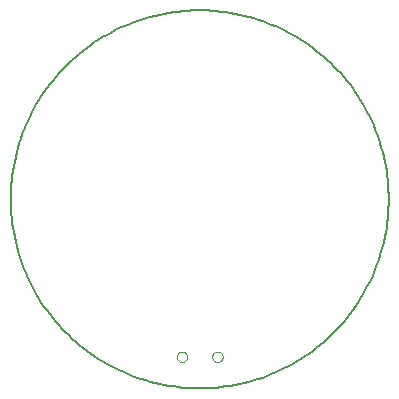
<source format=gko>
G75*
%MOIN*%
%OFA0B0*%
%FSLAX24Y24*%
%IPPOS*%
%LPD*%
%AMOC8*
5,1,8,0,0,1.08239X$1,22.5*
%
%ADD10C,0.0079*%
%ADD11C,0.0000*%
D10*
X000140Y006502D02*
X000142Y006660D01*
X000148Y006818D01*
X000158Y006976D01*
X000172Y007134D01*
X000190Y007291D01*
X000211Y007448D01*
X000237Y007604D01*
X000267Y007760D01*
X000300Y007915D01*
X000338Y008068D01*
X000379Y008221D01*
X000424Y008373D01*
X000473Y008524D01*
X000526Y008673D01*
X000582Y008821D01*
X000642Y008967D01*
X000706Y009112D01*
X000774Y009255D01*
X000845Y009397D01*
X000919Y009537D01*
X000997Y009674D01*
X001079Y009810D01*
X001163Y009944D01*
X001252Y010075D01*
X001343Y010204D01*
X001438Y010331D01*
X001535Y010456D01*
X001636Y010578D01*
X001740Y010697D01*
X001847Y010814D01*
X001957Y010928D01*
X002070Y011039D01*
X002185Y011148D01*
X002303Y011253D01*
X002424Y011355D01*
X002547Y011455D01*
X002673Y011551D01*
X002801Y011644D01*
X002931Y011734D01*
X003064Y011820D01*
X003199Y011904D01*
X003335Y011983D01*
X003474Y012060D01*
X003615Y012132D01*
X003757Y012202D01*
X003901Y012267D01*
X004047Y012329D01*
X004194Y012387D01*
X004343Y012442D01*
X004493Y012493D01*
X004644Y012540D01*
X004796Y012583D01*
X004949Y012622D01*
X005104Y012658D01*
X005259Y012689D01*
X005415Y012717D01*
X005571Y012741D01*
X005728Y012761D01*
X005886Y012777D01*
X006043Y012789D01*
X006202Y012797D01*
X006360Y012801D01*
X006518Y012801D01*
X006676Y012797D01*
X006835Y012789D01*
X006992Y012777D01*
X007150Y012761D01*
X007307Y012741D01*
X007463Y012717D01*
X007619Y012689D01*
X007774Y012658D01*
X007929Y012622D01*
X008082Y012583D01*
X008234Y012540D01*
X008385Y012493D01*
X008535Y012442D01*
X008684Y012387D01*
X008831Y012329D01*
X008977Y012267D01*
X009121Y012202D01*
X009263Y012132D01*
X009404Y012060D01*
X009543Y011983D01*
X009679Y011904D01*
X009814Y011820D01*
X009947Y011734D01*
X010077Y011644D01*
X010205Y011551D01*
X010331Y011455D01*
X010454Y011355D01*
X010575Y011253D01*
X010693Y011148D01*
X010808Y011039D01*
X010921Y010928D01*
X011031Y010814D01*
X011138Y010697D01*
X011242Y010578D01*
X011343Y010456D01*
X011440Y010331D01*
X011535Y010204D01*
X011626Y010075D01*
X011715Y009944D01*
X011799Y009810D01*
X011881Y009674D01*
X011959Y009537D01*
X012033Y009397D01*
X012104Y009255D01*
X012172Y009112D01*
X012236Y008967D01*
X012296Y008821D01*
X012352Y008673D01*
X012405Y008524D01*
X012454Y008373D01*
X012499Y008221D01*
X012540Y008068D01*
X012578Y007915D01*
X012611Y007760D01*
X012641Y007604D01*
X012667Y007448D01*
X012688Y007291D01*
X012706Y007134D01*
X012720Y006976D01*
X012730Y006818D01*
X012736Y006660D01*
X012738Y006502D01*
X012736Y006344D01*
X012730Y006186D01*
X012720Y006028D01*
X012706Y005870D01*
X012688Y005713D01*
X012667Y005556D01*
X012641Y005400D01*
X012611Y005244D01*
X012578Y005089D01*
X012540Y004936D01*
X012499Y004783D01*
X012454Y004631D01*
X012405Y004480D01*
X012352Y004331D01*
X012296Y004183D01*
X012236Y004037D01*
X012172Y003892D01*
X012104Y003749D01*
X012033Y003607D01*
X011959Y003467D01*
X011881Y003330D01*
X011799Y003194D01*
X011715Y003060D01*
X011626Y002929D01*
X011535Y002800D01*
X011440Y002673D01*
X011343Y002548D01*
X011242Y002426D01*
X011138Y002307D01*
X011031Y002190D01*
X010921Y002076D01*
X010808Y001965D01*
X010693Y001856D01*
X010575Y001751D01*
X010454Y001649D01*
X010331Y001549D01*
X010205Y001453D01*
X010077Y001360D01*
X009947Y001270D01*
X009814Y001184D01*
X009679Y001100D01*
X009543Y001021D01*
X009404Y000944D01*
X009263Y000872D01*
X009121Y000802D01*
X008977Y000737D01*
X008831Y000675D01*
X008684Y000617D01*
X008535Y000562D01*
X008385Y000511D01*
X008234Y000464D01*
X008082Y000421D01*
X007929Y000382D01*
X007774Y000346D01*
X007619Y000315D01*
X007463Y000287D01*
X007307Y000263D01*
X007150Y000243D01*
X006992Y000227D01*
X006835Y000215D01*
X006676Y000207D01*
X006518Y000203D01*
X006360Y000203D01*
X006202Y000207D01*
X006043Y000215D01*
X005886Y000227D01*
X005728Y000243D01*
X005571Y000263D01*
X005415Y000287D01*
X005259Y000315D01*
X005104Y000346D01*
X004949Y000382D01*
X004796Y000421D01*
X004644Y000464D01*
X004493Y000511D01*
X004343Y000562D01*
X004194Y000617D01*
X004047Y000675D01*
X003901Y000737D01*
X003757Y000802D01*
X003615Y000872D01*
X003474Y000944D01*
X003335Y001021D01*
X003199Y001100D01*
X003064Y001184D01*
X002931Y001270D01*
X002801Y001360D01*
X002673Y001453D01*
X002547Y001549D01*
X002424Y001649D01*
X002303Y001751D01*
X002185Y001856D01*
X002070Y001965D01*
X001957Y002076D01*
X001847Y002190D01*
X001740Y002307D01*
X001636Y002426D01*
X001535Y002548D01*
X001438Y002673D01*
X001343Y002800D01*
X001252Y002929D01*
X001163Y003060D01*
X001079Y003194D01*
X000997Y003330D01*
X000919Y003467D01*
X000845Y003607D01*
X000774Y003749D01*
X000706Y003892D01*
X000642Y004037D01*
X000582Y004183D01*
X000526Y004331D01*
X000473Y004480D01*
X000424Y004631D01*
X000379Y004783D01*
X000338Y004936D01*
X000300Y005089D01*
X000267Y005244D01*
X000237Y005400D01*
X000211Y005556D01*
X000190Y005713D01*
X000172Y005870D01*
X000158Y006028D01*
X000148Y006186D01*
X000142Y006344D01*
X000140Y006502D01*
D11*
X005671Y001252D02*
X005673Y001278D01*
X005679Y001304D01*
X005689Y001329D01*
X005702Y001352D01*
X005718Y001372D01*
X005738Y001390D01*
X005760Y001405D01*
X005783Y001417D01*
X005809Y001425D01*
X005835Y001429D01*
X005861Y001429D01*
X005887Y001425D01*
X005913Y001417D01*
X005937Y001405D01*
X005958Y001390D01*
X005978Y001372D01*
X005994Y001352D01*
X006007Y001329D01*
X006017Y001304D01*
X006023Y001278D01*
X006025Y001252D01*
X006023Y001226D01*
X006017Y001200D01*
X006007Y001175D01*
X005994Y001152D01*
X005978Y001132D01*
X005958Y001114D01*
X005936Y001099D01*
X005913Y001087D01*
X005887Y001079D01*
X005861Y001075D01*
X005835Y001075D01*
X005809Y001079D01*
X005783Y001087D01*
X005759Y001099D01*
X005738Y001114D01*
X005718Y001132D01*
X005702Y001152D01*
X005689Y001175D01*
X005679Y001200D01*
X005673Y001226D01*
X005671Y001252D01*
X006852Y001252D02*
X006854Y001278D01*
X006860Y001304D01*
X006870Y001329D01*
X006883Y001352D01*
X006899Y001372D01*
X006919Y001390D01*
X006941Y001405D01*
X006964Y001417D01*
X006990Y001425D01*
X007016Y001429D01*
X007042Y001429D01*
X007068Y001425D01*
X007094Y001417D01*
X007118Y001405D01*
X007139Y001390D01*
X007159Y001372D01*
X007175Y001352D01*
X007188Y001329D01*
X007198Y001304D01*
X007204Y001278D01*
X007206Y001252D01*
X007204Y001226D01*
X007198Y001200D01*
X007188Y001175D01*
X007175Y001152D01*
X007159Y001132D01*
X007139Y001114D01*
X007117Y001099D01*
X007094Y001087D01*
X007068Y001079D01*
X007042Y001075D01*
X007016Y001075D01*
X006990Y001079D01*
X006964Y001087D01*
X006940Y001099D01*
X006919Y001114D01*
X006899Y001132D01*
X006883Y001152D01*
X006870Y001175D01*
X006860Y001200D01*
X006854Y001226D01*
X006852Y001252D01*
M02*

</source>
